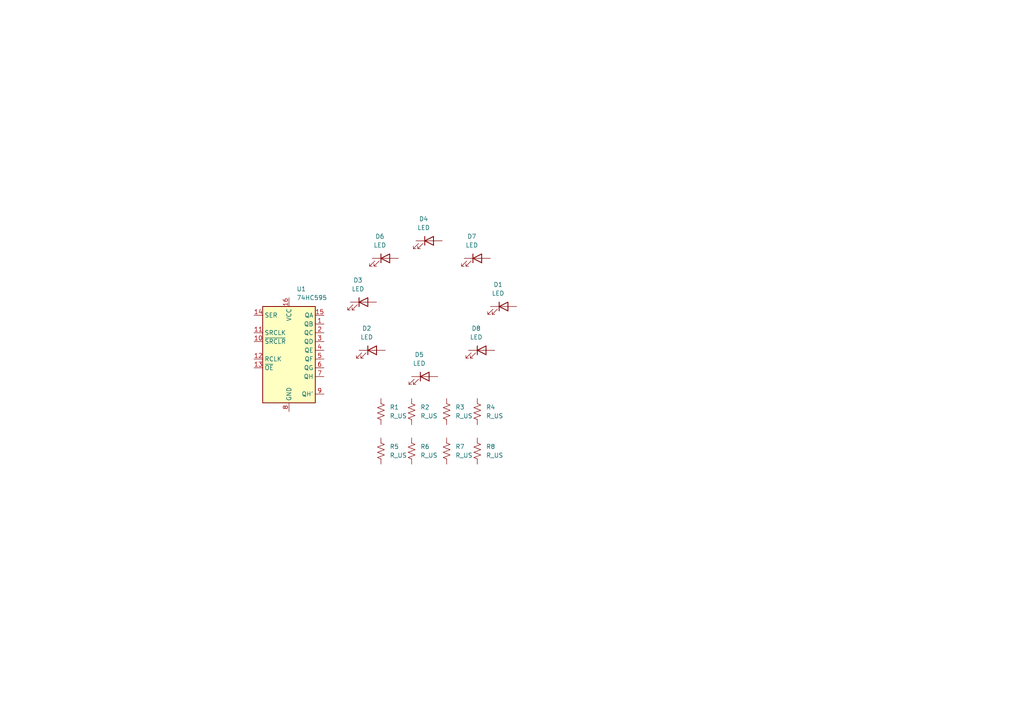
<source format=kicad_sch>
(kicad_sch (version 20231120) (generator "eeschema") (generator_version "8.0")
  (paper "A4")
  (lib_symbols
    (symbol "74xx:74HC595"
      (property "Reference" "U" (at -7.62 13.97 0))
      (property "Value" "74HC595" (at -7.62 -16.51 0))
      (symbol "74HC595_1_0"
        (pin tri_state line (at 10.16 7.62 180) (length 2.54) (name "QB") (number "1"))
        (pin input line (at -10.16 2.54 0) (length 2.54) (name "~{SRCLR}") (number "10"))
        (pin input line (at -10.16 5.08 0) (length 2.54) (name "SRCLK") (number "11"))
        (pin input line (at -10.16 -2.54 0) (length 2.54) (name "RCLK") (number "12"))
        (pin input line (at -10.16 -5.08 0) (length 2.54) (name "~{OE}") (number "13"))
        (pin input line (at -10.16 10.16 0) (length 2.54) (name "SER") (number "14"))
        (pin tri_state line (at 10.16 10.16 180) (length 2.54) (name "QA") (number "15"))
        (pin power_in line (at 0 15.24 270) (length 2.54) (name "VCC") (number "16"))
        (pin tri_state line (at 10.16 5.08 180) (length 2.54) (name "QC") (number "2"))
        (pin tri_state line (at 10.16 2.54 180) (length 2.54) (name "QD") (number "3"))
        (pin tri_state line (at 10.16 0 180) (length 2.54) (name "QE") (number "4"))
        (pin tri_state line (at 10.16 -2.54 180) (length 2.54) (name "QF") (number "5"))
        (pin tri_state line (at 10.16 -5.08 180) (length 2.54) (name "QG") (number "6"))
        (pin tri_state line (at 10.16 -7.62 180) (length 2.54) (name "QH") (number "7"))
        (pin power_in line (at 0 -17.78 90) (length 2.54) (name "GND") (number "8"))
        (pin output line (at 10.16 -12.7 180) (length 2.54) (name "QH'") (number "9"))
      )
      (symbol "74HC595_1_1"
        (rectangle (start -7.62 12.7) (end 7.62 -15.24) (stroke (width 0.254)) (fill (type background)))
      )
    )
    (symbol "Device:LED" (pin_numbers hide) (pin_names (offset 1.016) hide)
      (property "Reference" "D" (at 0 2.54 0))
      (property "Value" "LED" (at 0 -2.54 0))
      (symbol "LED_0_1"
        (polyline (pts (xy -1.27 -1.27) (xy -1.27 1.27)) (stroke (width 0.254)))
        (polyline (pts (xy -1.27 0) (xy 1.27 0)))
        (polyline (pts (xy 1.27 -1.27) (xy 1.27 1.27) (xy -1.27 0) (xy 1.27 -1.27)) (stroke (width 0.254)))
        (polyline (pts (xy -3.048 -0.762) (xy -4.572 -2.286) (xy -3.81 -2.286) (xy -4.572 -2.286) (xy -4.572 -1.524)))
        (polyline (pts (xy -1.778 -0.762) (xy -3.302 -2.286) (xy -2.54 -2.286) (xy -3.302 -2.286) (xy -3.302 -1.524)))
      )
      (symbol "LED_1_1"
        (pin passive line (at -3.81 0 0) (length 2.54) (name "K") (number "1"))
        (pin passive line (at 3.81 0 180) (length 2.54) (name "A") (number "2"))
      )
    )
    (symbol "Device:R_US" (pin_numbers hide) (pin_names (offset 0))
      (property "Reference" "R" (at 2.54 0 90))
      (property "Value" "R_US" (at -2.54 0 90))
      (symbol "R_US_0_1"
        (polyline (pts (xy 0 -2.286) (xy 0 -2.54)))
        (polyline (pts (xy 0 2.286) (xy 0 2.54)))
        (polyline (pts (xy 0 -0.762) (xy 1.016 -1.143) (xy 0 -1.524) (xy -1.016 -1.905) (xy 0 -2.286)))
        (polyline (pts (xy 0 0.762) (xy 1.016 0.381) (xy 0 0) (xy -1.016 -0.381) (xy 0 -0.762)))
        (polyline (pts (xy 0 2.286) (xy 1.016 1.905) (xy 0 1.524) (xy -1.016 1.143) (xy 0 0.762)))
      )
      (symbol "R_US_1_1"
        (pin passive line (at 0 3.81 270) (length 1.27) (name "~") (number "1"))
        (pin passive line (at 0 -3.81 90) (length 1.27) (name "~") (number "2"))
      )
    )
  )
  (symbol (lib_id "Device:R_US") (at 138.43 130.81 0) (unit 1)
    (property "Reference" "R8" (at 140.97 129.5399 0) (effects (justify left)))
    (property "Value" "R_US" (at 140.97 132.0799 0) (effects (justify left)))
    (property "Description" "Resistor, US symbol" (effects (hide yes)))
  )
  (symbol (lib_id "Device:LED") (at 111.76 74.93 0) (unit 1)
    (property "Reference" "D6" (at 110.1725 68.58 0))
    (property "Value" "LED" (at 110.1725 71.12 0))
    (property "Description" "Light emitting diode" (effects (hide yes)))
  )
  (symbol (lib_id "Device:R_US") (at 110.49 130.81 0) (unit 1)
    (property "Reference" "R5" (at 113.03 129.5399 0) (effects (justify left)))
    (property "Value" "R_US" (at 113.03 132.0799 0) (effects (justify left)))
    (property "Description" "Resistor, US symbol" (effects (hide yes)))
  )
  (symbol (lib_id "Device:R_US") (at 138.43 119.38 0) (unit 1)
    (property "Reference" "R4" (at 140.97 118.1099 0) (effects (justify left)))
    (property "Value" "R_US" (at 140.97 120.6499 0) (effects (justify left)))
    (property "Description" "Resistor, US symbol" (effects (hide yes)))
  )
  (symbol (lib_id "Device:LED") (at 146.05 88.9 0) (unit 1)
    (property "Reference" "D1" (at 144.4625 82.55 0))
    (property "Value" "LED" (at 144.4625 85.09 0))
    (property "Description" "Light emitting diode" (effects (hide yes)))
  )
  (symbol (lib_id "Device:LED") (at 107.95 101.6 0) (unit 1)
    (property "Reference" "D2" (at 106.3625 95.25 0))
    (property "Value" "LED" (at 106.3625 97.79 0))
    (property "Description" "Light emitting diode" (effects (hide yes)))
  )
  (symbol (lib_id "Device:LED") (at 138.43 74.93 0) (unit 1)
    (property "Reference" "D7" (at 136.8425 68.58 0))
    (property "Value" "LED" (at 136.8425 71.12 0))
    (property "Description" "Light emitting diode" (effects (hide yes)))
  )
  (symbol (lib_id "74xx:74HC595") (at 83.82 101.6 0) (unit 1)
    (property "Reference" "U1" (at 86.0141 83.82 0) (effects (justify left)))
    (property "Value" "74HC595" (at 86.0141 86.36 0) (effects (justify left)))
    (property "Datasheet" "http://www.ti.com/lit/ds/symlink/sn74hc595.pdf" (effects (hide yes)))
    (property "Description" "8-bit serial in/out Shift Register 3-State Outputs" (effects (hide yes)))
  )
  (symbol (lib_id "Device:LED") (at 123.19 109.22 0) (unit 1)
    (property "Reference" "D5" (at 121.6025 102.87 0))
    (property "Value" "LED" (at 121.6025 105.41 0))
    (property "Description" "Light emitting diode" (effects (hide yes)))
  )
  (symbol (lib_id "Device:R_US") (at 129.54 119.38 0) (unit 1)
    (property "Reference" "R3" (at 132.08 118.1099 0) (effects (justify left)))
    (property "Value" "R_US" (at 132.08 120.6499 0) (effects (justify left)))
    (property "Description" "Resistor, US symbol" (effects (hide yes)))
  )
  (symbol (lib_id "Device:LED") (at 139.7 101.6 0) (unit 1)
    (property "Reference" "D8" (at 138.1125 95.25 0))
    (property "Value" "LED" (at 138.1125 97.79 0))
    (property "Description" "Light emitting diode" (effects (hide yes)))
  )
  (symbol (lib_id "Device:R_US") (at 110.49 119.38 0) (unit 1)
    (property "Reference" "R1" (at 113.03 118.1099 0) (effects (justify left)))
    (property "Value" "R_US" (at 113.03 120.6499 0) (effects (justify left)))
    (property "Description" "Resistor, US symbol" (effects (hide yes)))
  )
  (symbol (lib_id "Device:R_US") (at 119.38 130.81 0) (unit 1)
    (property "Reference" "R6" (at 121.92 129.5399 0) (effects (justify left)))
    (property "Value" "R_US" (at 121.92 132.0799 0) (effects (justify left)))
    (property "Description" "Resistor, US symbol" (effects (hide yes)))
  )
  (symbol (lib_id "Device:R_US") (at 119.38 119.38 0) (unit 1)
    (property "Reference" "R2" (at 121.92 118.1099 0) (effects (justify left)))
    (property "Value" "R_US" (at 121.92 120.6499 0) (effects (justify left)))
    (property "Description" "Resistor, US symbol" (effects (hide yes)))
  )
  (symbol (lib_id "Device:R_US") (at 129.54 130.81 0) (unit 1)
    (property "Reference" "R7" (at 132.08 129.5399 0) (effects (justify left)))
    (property "Value" "R_US" (at 132.08 132.0799 0) (effects (justify left)))
    (property "Description" "Resistor, US symbol" (effects (hide yes)))
  )
  (symbol (lib_id "Device:LED") (at 124.46 69.85 0) (unit 1)
    (property "Reference" "D4" (at 122.8725 63.5 0))
    (property "Value" "LED" (at 122.8725 66.04 0))
    (property "Description" "Light emitting diode" (effects (hide yes)))
  )
  (symbol (lib_id "Device:LED") (at 105.41 87.63 0) (unit 1)
    (property "Reference" "D3" (at 103.8225 81.28 0))
    (property "Value" "LED" (at 103.8225 83.82 0))
    (property "Description" "Light emitting diode" (effects (hide yes)))
  )
)
</source>
